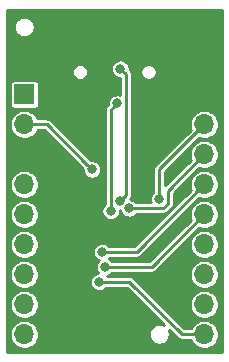
<source format=gbr>
%TF.GenerationSoftware,KiCad,Pcbnew,(5.1.5-0-10_14)*%
%TF.CreationDate,2020-02-16T20:03:40+10:00*%
%TF.ProjectId,turtleboard,74757274-6c65-4626-9f61-72642e6b6963,rev?*%
%TF.SameCoordinates,Original*%
%TF.FileFunction,Copper,L2,Bot*%
%TF.FilePolarity,Positive*%
%FSLAX46Y46*%
G04 Gerber Fmt 4.6, Leading zero omitted, Abs format (unit mm)*
G04 Created by KiCad (PCBNEW (5.1.5-0-10_14)) date 2020-02-16 20:03:40*
%MOMM*%
%LPD*%
G04 APERTURE LIST*
%ADD10O,0.900000X1.700000*%
%ADD11O,0.900000X2.000000*%
%ADD12O,1.700000X1.700000*%
%ADD13R,1.700000X1.700000*%
%ADD14C,0.800000*%
%ADD15C,0.250000*%
%ADD16C,0.254000*%
G04 APERTURE END LIST*
D10*
X198878000Y-96012000D03*
X207518000Y-96012000D03*
D11*
X198878000Y-100182000D03*
X207518000Y-100182000D03*
D12*
X210820000Y-121920000D03*
X210820000Y-119380000D03*
X210820000Y-116840000D03*
X210820000Y-114300000D03*
X210820000Y-111760000D03*
X210820000Y-109220000D03*
X210820000Y-106680000D03*
X210820000Y-104140000D03*
D13*
X210820000Y-101600000D03*
D12*
X195580000Y-121920000D03*
X195580000Y-119380000D03*
X195580000Y-116840000D03*
X195580000Y-114300000D03*
X195580000Y-111760000D03*
X195580000Y-109220000D03*
X195580000Y-106680000D03*
X195580000Y-104140000D03*
D13*
X195580000Y-101600000D03*
D14*
X198231206Y-103169685D03*
X201295062Y-107950000D03*
X203707044Y-110605530D03*
X203708000Y-99420140D03*
X202891273Y-111460819D03*
X203454000Y-102362000D03*
X202184000Y-114935000D03*
X202403990Y-116205000D03*
X201930000Y-117475000D03*
X207010000Y-110490000D03*
X204470000Y-111252000D03*
D15*
X197831207Y-102769686D02*
X198231206Y-103169685D01*
X198878000Y-100182000D02*
X198178000Y-100182000D01*
X197831207Y-100528793D02*
X197831207Y-102769686D01*
X198178000Y-100182000D02*
X197831207Y-100528793D01*
X195580000Y-104140000D02*
X197485062Y-104140000D01*
X200895063Y-107550001D02*
X201295062Y-107950000D01*
X197485062Y-104140000D02*
X200895063Y-107550001D01*
X203707044Y-110605530D02*
X204179002Y-110133572D01*
X204179002Y-110133572D02*
X204179002Y-99891142D01*
X204179002Y-99891142D02*
X204107999Y-99820139D01*
X204107999Y-99820139D02*
X203708000Y-99420140D01*
X202891273Y-111460819D02*
X202891273Y-102924727D01*
X202891273Y-102924727D02*
X203454000Y-102362000D01*
X202749685Y-114935000D02*
X202184000Y-114935000D01*
X205105000Y-114935000D02*
X202749685Y-114935000D01*
X210820000Y-109220000D02*
X205105000Y-114935000D01*
X210820000Y-111760000D02*
X206375000Y-116205000D01*
X206375000Y-116205000D02*
X202403990Y-116205000D01*
X208915000Y-121920000D02*
X210820000Y-121920000D01*
X204470000Y-117475000D02*
X208915000Y-121920000D01*
X201930000Y-117475000D02*
X204470000Y-117475000D01*
X207010000Y-107950000D02*
X210820000Y-104140000D01*
X207010000Y-110490000D02*
X207010000Y-107950000D01*
X207321002Y-111252000D02*
X205035685Y-111252000D01*
X205035685Y-111252000D02*
X204470000Y-111252000D01*
X207735001Y-110838001D02*
X207321002Y-111252000D01*
X207735001Y-109764999D02*
X207735001Y-110838001D01*
X210820000Y-106680000D02*
X207735001Y-109764999D01*
D16*
G36*
X212294001Y-123394000D02*
G01*
X194106000Y-123394000D01*
X194106000Y-121798757D01*
X194349000Y-121798757D01*
X194349000Y-122041243D01*
X194396307Y-122279069D01*
X194489102Y-122503097D01*
X194623820Y-122704717D01*
X194795283Y-122876180D01*
X194996903Y-123010898D01*
X195220931Y-123103693D01*
X195458757Y-123151000D01*
X195701243Y-123151000D01*
X195939069Y-123103693D01*
X196163097Y-123010898D01*
X196364717Y-122876180D01*
X196536180Y-122704717D01*
X196670898Y-122503097D01*
X196763693Y-122279069D01*
X196811000Y-122041243D01*
X196811000Y-121798757D01*
X196763693Y-121560931D01*
X196670898Y-121336903D01*
X196536180Y-121135283D01*
X196364717Y-120963820D01*
X196163097Y-120829102D01*
X195939069Y-120736307D01*
X195701243Y-120689000D01*
X195458757Y-120689000D01*
X195220931Y-120736307D01*
X194996903Y-120829102D01*
X194795283Y-120963820D01*
X194623820Y-121135283D01*
X194489102Y-121336903D01*
X194396307Y-121560931D01*
X194349000Y-121798757D01*
X194106000Y-121798757D01*
X194106000Y-119258757D01*
X194349000Y-119258757D01*
X194349000Y-119501243D01*
X194396307Y-119739069D01*
X194489102Y-119963097D01*
X194623820Y-120164717D01*
X194795283Y-120336180D01*
X194996903Y-120470898D01*
X195220931Y-120563693D01*
X195458757Y-120611000D01*
X195701243Y-120611000D01*
X195939069Y-120563693D01*
X196163097Y-120470898D01*
X196364717Y-120336180D01*
X196536180Y-120164717D01*
X196670898Y-119963097D01*
X196763693Y-119739069D01*
X196811000Y-119501243D01*
X196811000Y-119258757D01*
X196763693Y-119020931D01*
X196670898Y-118796903D01*
X196536180Y-118595283D01*
X196364717Y-118423820D01*
X196163097Y-118289102D01*
X195939069Y-118196307D01*
X195701243Y-118149000D01*
X195458757Y-118149000D01*
X195220931Y-118196307D01*
X194996903Y-118289102D01*
X194795283Y-118423820D01*
X194623820Y-118595283D01*
X194489102Y-118796903D01*
X194396307Y-119020931D01*
X194349000Y-119258757D01*
X194106000Y-119258757D01*
X194106000Y-116718757D01*
X194349000Y-116718757D01*
X194349000Y-116961243D01*
X194396307Y-117199069D01*
X194489102Y-117423097D01*
X194623820Y-117624717D01*
X194795283Y-117796180D01*
X194996903Y-117930898D01*
X195220931Y-118023693D01*
X195458757Y-118071000D01*
X195701243Y-118071000D01*
X195939069Y-118023693D01*
X196163097Y-117930898D01*
X196364717Y-117796180D01*
X196536180Y-117624717D01*
X196670898Y-117423097D01*
X196681261Y-117398078D01*
X201149000Y-117398078D01*
X201149000Y-117551922D01*
X201179013Y-117702809D01*
X201237887Y-117844942D01*
X201323358Y-117972859D01*
X201432141Y-118081642D01*
X201560058Y-118167113D01*
X201702191Y-118225987D01*
X201853078Y-118256000D01*
X202006922Y-118256000D01*
X202157809Y-118225987D01*
X202299942Y-118167113D01*
X202427859Y-118081642D01*
X202528501Y-117981000D01*
X204260409Y-117981000D01*
X207412571Y-121133163D01*
X207266978Y-121072856D01*
X207096771Y-121039000D01*
X206923229Y-121039000D01*
X206753022Y-121072856D01*
X206592690Y-121139268D01*
X206448395Y-121235682D01*
X206325682Y-121358395D01*
X206229268Y-121502690D01*
X206162856Y-121663022D01*
X206129000Y-121833229D01*
X206129000Y-122006771D01*
X206162856Y-122176978D01*
X206229268Y-122337310D01*
X206325682Y-122481605D01*
X206448395Y-122604318D01*
X206592690Y-122700732D01*
X206753022Y-122767144D01*
X206923229Y-122801000D01*
X207096771Y-122801000D01*
X207266978Y-122767144D01*
X207427310Y-122700732D01*
X207571605Y-122604318D01*
X207694318Y-122481605D01*
X207790732Y-122337310D01*
X207857144Y-122176978D01*
X207891000Y-122006771D01*
X207891000Y-121833229D01*
X207857144Y-121663022D01*
X207796837Y-121517429D01*
X208539628Y-122260220D01*
X208555473Y-122279527D01*
X208632521Y-122342759D01*
X208720425Y-122389745D01*
X208793607Y-122411944D01*
X208815806Y-122418678D01*
X208825694Y-122419652D01*
X208890146Y-122426000D01*
X208890153Y-122426000D01*
X208914999Y-122428447D01*
X208939845Y-122426000D01*
X209697168Y-122426000D01*
X209729102Y-122503097D01*
X209863820Y-122704717D01*
X210035283Y-122876180D01*
X210236903Y-123010898D01*
X210460931Y-123103693D01*
X210698757Y-123151000D01*
X210941243Y-123151000D01*
X211179069Y-123103693D01*
X211403097Y-123010898D01*
X211604717Y-122876180D01*
X211776180Y-122704717D01*
X211910898Y-122503097D01*
X212003693Y-122279069D01*
X212051000Y-122041243D01*
X212051000Y-121798757D01*
X212003693Y-121560931D01*
X211910898Y-121336903D01*
X211776180Y-121135283D01*
X211604717Y-120963820D01*
X211403097Y-120829102D01*
X211179069Y-120736307D01*
X210941243Y-120689000D01*
X210698757Y-120689000D01*
X210460931Y-120736307D01*
X210236903Y-120829102D01*
X210035283Y-120963820D01*
X209863820Y-121135283D01*
X209729102Y-121336903D01*
X209697168Y-121414000D01*
X209124592Y-121414000D01*
X206969349Y-119258757D01*
X209589000Y-119258757D01*
X209589000Y-119501243D01*
X209636307Y-119739069D01*
X209729102Y-119963097D01*
X209863820Y-120164717D01*
X210035283Y-120336180D01*
X210236903Y-120470898D01*
X210460931Y-120563693D01*
X210698757Y-120611000D01*
X210941243Y-120611000D01*
X211179069Y-120563693D01*
X211403097Y-120470898D01*
X211604717Y-120336180D01*
X211776180Y-120164717D01*
X211910898Y-119963097D01*
X212003693Y-119739069D01*
X212051000Y-119501243D01*
X212051000Y-119258757D01*
X212003693Y-119020931D01*
X211910898Y-118796903D01*
X211776180Y-118595283D01*
X211604717Y-118423820D01*
X211403097Y-118289102D01*
X211179069Y-118196307D01*
X210941243Y-118149000D01*
X210698757Y-118149000D01*
X210460931Y-118196307D01*
X210236903Y-118289102D01*
X210035283Y-118423820D01*
X209863820Y-118595283D01*
X209729102Y-118796903D01*
X209636307Y-119020931D01*
X209589000Y-119258757D01*
X206969349Y-119258757D01*
X204845376Y-117134785D01*
X204829527Y-117115473D01*
X204752479Y-117052241D01*
X204664575Y-117005255D01*
X204569193Y-116976322D01*
X204494854Y-116969000D01*
X204494846Y-116969000D01*
X204470000Y-116966553D01*
X204445154Y-116969000D01*
X202566378Y-116969000D01*
X202631799Y-116955987D01*
X202773932Y-116897113D01*
X202901849Y-116811642D01*
X202994734Y-116718757D01*
X209589000Y-116718757D01*
X209589000Y-116961243D01*
X209636307Y-117199069D01*
X209729102Y-117423097D01*
X209863820Y-117624717D01*
X210035283Y-117796180D01*
X210236903Y-117930898D01*
X210460931Y-118023693D01*
X210698757Y-118071000D01*
X210941243Y-118071000D01*
X211179069Y-118023693D01*
X211403097Y-117930898D01*
X211604717Y-117796180D01*
X211776180Y-117624717D01*
X211910898Y-117423097D01*
X212003693Y-117199069D01*
X212051000Y-116961243D01*
X212051000Y-116718757D01*
X212003693Y-116480931D01*
X211910898Y-116256903D01*
X211776180Y-116055283D01*
X211604717Y-115883820D01*
X211403097Y-115749102D01*
X211179069Y-115656307D01*
X210941243Y-115609000D01*
X210698757Y-115609000D01*
X210460931Y-115656307D01*
X210236903Y-115749102D01*
X210035283Y-115883820D01*
X209863820Y-116055283D01*
X209729102Y-116256903D01*
X209636307Y-116480931D01*
X209589000Y-116718757D01*
X202994734Y-116718757D01*
X203002491Y-116711000D01*
X206350154Y-116711000D01*
X206375000Y-116713447D01*
X206399846Y-116711000D01*
X206399854Y-116711000D01*
X206474193Y-116703678D01*
X206569575Y-116674745D01*
X206657479Y-116627759D01*
X206734527Y-116564527D01*
X206750376Y-116545215D01*
X209116834Y-114178757D01*
X209589000Y-114178757D01*
X209589000Y-114421243D01*
X209636307Y-114659069D01*
X209729102Y-114883097D01*
X209863820Y-115084717D01*
X210035283Y-115256180D01*
X210236903Y-115390898D01*
X210460931Y-115483693D01*
X210698757Y-115531000D01*
X210941243Y-115531000D01*
X211179069Y-115483693D01*
X211403097Y-115390898D01*
X211604717Y-115256180D01*
X211776180Y-115084717D01*
X211910898Y-114883097D01*
X212003693Y-114659069D01*
X212051000Y-114421243D01*
X212051000Y-114178757D01*
X212003693Y-113940931D01*
X211910898Y-113716903D01*
X211776180Y-113515283D01*
X211604717Y-113343820D01*
X211403097Y-113209102D01*
X211179069Y-113116307D01*
X210941243Y-113069000D01*
X210698757Y-113069000D01*
X210460931Y-113116307D01*
X210236903Y-113209102D01*
X210035283Y-113343820D01*
X209863820Y-113515283D01*
X209729102Y-113716903D01*
X209636307Y-113940931D01*
X209589000Y-114178757D01*
X209116834Y-114178757D01*
X210383833Y-112911758D01*
X210460931Y-112943693D01*
X210698757Y-112991000D01*
X210941243Y-112991000D01*
X211179069Y-112943693D01*
X211403097Y-112850898D01*
X211604717Y-112716180D01*
X211776180Y-112544717D01*
X211910898Y-112343097D01*
X212003693Y-112119069D01*
X212051000Y-111881243D01*
X212051000Y-111638757D01*
X212003693Y-111400931D01*
X211910898Y-111176903D01*
X211776180Y-110975283D01*
X211604717Y-110803820D01*
X211403097Y-110669102D01*
X211179069Y-110576307D01*
X210941243Y-110529000D01*
X210698757Y-110529000D01*
X210460931Y-110576307D01*
X210236903Y-110669102D01*
X210035283Y-110803820D01*
X209863820Y-110975283D01*
X209729102Y-111176903D01*
X209636307Y-111400931D01*
X209589000Y-111638757D01*
X209589000Y-111881243D01*
X209636307Y-112119069D01*
X209668242Y-112196167D01*
X206165409Y-115699000D01*
X203002491Y-115699000D01*
X202901849Y-115598358D01*
X202773932Y-115512887D01*
X202729160Y-115494341D01*
X202782501Y-115441000D01*
X205080154Y-115441000D01*
X205105000Y-115443447D01*
X205129846Y-115441000D01*
X205129854Y-115441000D01*
X205204193Y-115433678D01*
X205299575Y-115404745D01*
X205387479Y-115357759D01*
X205464527Y-115294527D01*
X205480376Y-115275215D01*
X210383834Y-110371758D01*
X210460931Y-110403693D01*
X210698757Y-110451000D01*
X210941243Y-110451000D01*
X211179069Y-110403693D01*
X211403097Y-110310898D01*
X211604717Y-110176180D01*
X211776180Y-110004717D01*
X211910898Y-109803097D01*
X212003693Y-109579069D01*
X212051000Y-109341243D01*
X212051000Y-109098757D01*
X212003693Y-108860931D01*
X211910898Y-108636903D01*
X211776180Y-108435283D01*
X211604717Y-108263820D01*
X211403097Y-108129102D01*
X211179069Y-108036307D01*
X210941243Y-107989000D01*
X210698757Y-107989000D01*
X210460931Y-108036307D01*
X210236903Y-108129102D01*
X210035283Y-108263820D01*
X209863820Y-108435283D01*
X209729102Y-108636903D01*
X209636307Y-108860931D01*
X209589000Y-109098757D01*
X209589000Y-109341243D01*
X209636307Y-109579069D01*
X209668242Y-109656166D01*
X204895409Y-114429000D01*
X202782501Y-114429000D01*
X202681859Y-114328358D01*
X202553942Y-114242887D01*
X202411809Y-114184013D01*
X202260922Y-114154000D01*
X202107078Y-114154000D01*
X201956191Y-114184013D01*
X201814058Y-114242887D01*
X201686141Y-114328358D01*
X201577358Y-114437141D01*
X201491887Y-114565058D01*
X201433013Y-114707191D01*
X201403000Y-114858078D01*
X201403000Y-115011922D01*
X201433013Y-115162809D01*
X201491887Y-115304942D01*
X201577358Y-115432859D01*
X201686141Y-115541642D01*
X201814058Y-115627113D01*
X201858830Y-115645659D01*
X201797348Y-115707141D01*
X201711877Y-115835058D01*
X201653003Y-115977191D01*
X201622990Y-116128078D01*
X201622990Y-116281922D01*
X201653003Y-116432809D01*
X201711877Y-116574942D01*
X201797348Y-116702859D01*
X201799205Y-116704716D01*
X201702191Y-116724013D01*
X201560058Y-116782887D01*
X201432141Y-116868358D01*
X201323358Y-116977141D01*
X201237887Y-117105058D01*
X201179013Y-117247191D01*
X201149000Y-117398078D01*
X196681261Y-117398078D01*
X196763693Y-117199069D01*
X196811000Y-116961243D01*
X196811000Y-116718757D01*
X196763693Y-116480931D01*
X196670898Y-116256903D01*
X196536180Y-116055283D01*
X196364717Y-115883820D01*
X196163097Y-115749102D01*
X195939069Y-115656307D01*
X195701243Y-115609000D01*
X195458757Y-115609000D01*
X195220931Y-115656307D01*
X194996903Y-115749102D01*
X194795283Y-115883820D01*
X194623820Y-116055283D01*
X194489102Y-116256903D01*
X194396307Y-116480931D01*
X194349000Y-116718757D01*
X194106000Y-116718757D01*
X194106000Y-114178757D01*
X194349000Y-114178757D01*
X194349000Y-114421243D01*
X194396307Y-114659069D01*
X194489102Y-114883097D01*
X194623820Y-115084717D01*
X194795283Y-115256180D01*
X194996903Y-115390898D01*
X195220931Y-115483693D01*
X195458757Y-115531000D01*
X195701243Y-115531000D01*
X195939069Y-115483693D01*
X196163097Y-115390898D01*
X196364717Y-115256180D01*
X196536180Y-115084717D01*
X196670898Y-114883097D01*
X196763693Y-114659069D01*
X196811000Y-114421243D01*
X196811000Y-114178757D01*
X196763693Y-113940931D01*
X196670898Y-113716903D01*
X196536180Y-113515283D01*
X196364717Y-113343820D01*
X196163097Y-113209102D01*
X195939069Y-113116307D01*
X195701243Y-113069000D01*
X195458757Y-113069000D01*
X195220931Y-113116307D01*
X194996903Y-113209102D01*
X194795283Y-113343820D01*
X194623820Y-113515283D01*
X194489102Y-113716903D01*
X194396307Y-113940931D01*
X194349000Y-114178757D01*
X194106000Y-114178757D01*
X194106000Y-111638757D01*
X194349000Y-111638757D01*
X194349000Y-111881243D01*
X194396307Y-112119069D01*
X194489102Y-112343097D01*
X194623820Y-112544717D01*
X194795283Y-112716180D01*
X194996903Y-112850898D01*
X195220931Y-112943693D01*
X195458757Y-112991000D01*
X195701243Y-112991000D01*
X195939069Y-112943693D01*
X196163097Y-112850898D01*
X196364717Y-112716180D01*
X196536180Y-112544717D01*
X196670898Y-112343097D01*
X196763693Y-112119069D01*
X196811000Y-111881243D01*
X196811000Y-111638757D01*
X196763693Y-111400931D01*
X196756638Y-111383897D01*
X202110273Y-111383897D01*
X202110273Y-111537741D01*
X202140286Y-111688628D01*
X202199160Y-111830761D01*
X202284631Y-111958678D01*
X202393414Y-112067461D01*
X202521331Y-112152932D01*
X202663464Y-112211806D01*
X202814351Y-112241819D01*
X202968195Y-112241819D01*
X203119082Y-112211806D01*
X203261215Y-112152932D01*
X203389132Y-112067461D01*
X203497915Y-111958678D01*
X203583386Y-111830761D01*
X203642260Y-111688628D01*
X203672273Y-111537741D01*
X203672273Y-111386530D01*
X203700459Y-111386530D01*
X203719013Y-111479809D01*
X203777887Y-111621942D01*
X203863358Y-111749859D01*
X203972141Y-111858642D01*
X204100058Y-111944113D01*
X204242191Y-112002987D01*
X204393078Y-112033000D01*
X204546922Y-112033000D01*
X204697809Y-112002987D01*
X204839942Y-111944113D01*
X204967859Y-111858642D01*
X205068501Y-111758000D01*
X207296156Y-111758000D01*
X207321002Y-111760447D01*
X207345848Y-111758000D01*
X207345856Y-111758000D01*
X207420195Y-111750678D01*
X207515577Y-111721745D01*
X207603481Y-111674759D01*
X207680529Y-111611527D01*
X207696378Y-111592215D01*
X208075221Y-111213373D01*
X208094528Y-111197528D01*
X208157760Y-111120480D01*
X208204746Y-111032576D01*
X208233679Y-110937194D01*
X208241001Y-110862855D01*
X208241001Y-110862848D01*
X208243448Y-110838002D01*
X208241001Y-110813156D01*
X208241001Y-109974590D01*
X210383833Y-107831758D01*
X210460931Y-107863693D01*
X210698757Y-107911000D01*
X210941243Y-107911000D01*
X211179069Y-107863693D01*
X211403097Y-107770898D01*
X211604717Y-107636180D01*
X211776180Y-107464717D01*
X211910898Y-107263097D01*
X212003693Y-107039069D01*
X212051000Y-106801243D01*
X212051000Y-106558757D01*
X212003693Y-106320931D01*
X211910898Y-106096903D01*
X211776180Y-105895283D01*
X211604717Y-105723820D01*
X211403097Y-105589102D01*
X211179069Y-105496307D01*
X210941243Y-105449000D01*
X210698757Y-105449000D01*
X210460931Y-105496307D01*
X210236903Y-105589102D01*
X210035283Y-105723820D01*
X209863820Y-105895283D01*
X209729102Y-106096903D01*
X209636307Y-106320931D01*
X209589000Y-106558757D01*
X209589000Y-106801243D01*
X209636307Y-107039069D01*
X209668242Y-107116167D01*
X207516000Y-109268409D01*
X207516000Y-108159591D01*
X210383833Y-105291758D01*
X210460931Y-105323693D01*
X210698757Y-105371000D01*
X210941243Y-105371000D01*
X211179069Y-105323693D01*
X211403097Y-105230898D01*
X211604717Y-105096180D01*
X211776180Y-104924717D01*
X211910898Y-104723097D01*
X212003693Y-104499069D01*
X212051000Y-104261243D01*
X212051000Y-104018757D01*
X212003693Y-103780931D01*
X211910898Y-103556903D01*
X211776180Y-103355283D01*
X211604717Y-103183820D01*
X211403097Y-103049102D01*
X211179069Y-102956307D01*
X210941243Y-102909000D01*
X210698757Y-102909000D01*
X210460931Y-102956307D01*
X210236903Y-103049102D01*
X210035283Y-103183820D01*
X209863820Y-103355283D01*
X209729102Y-103556903D01*
X209636307Y-103780931D01*
X209589000Y-104018757D01*
X209589000Y-104261243D01*
X209636307Y-104499069D01*
X209668242Y-104576167D01*
X206669781Y-107574628D01*
X206650474Y-107590473D01*
X206587242Y-107667521D01*
X206562127Y-107714508D01*
X206540255Y-107755426D01*
X206511322Y-107850808D01*
X206501553Y-107950000D01*
X206504001Y-107974856D01*
X206504000Y-109891499D01*
X206403358Y-109992141D01*
X206317887Y-110120058D01*
X206259013Y-110262191D01*
X206229000Y-110413078D01*
X206229000Y-110566922D01*
X206259013Y-110717809D01*
X206270690Y-110746000D01*
X205068501Y-110746000D01*
X204967859Y-110645358D01*
X204839942Y-110559887D01*
X204697809Y-110501013D01*
X204555298Y-110472666D01*
X204601761Y-110416051D01*
X204648747Y-110328147D01*
X204677680Y-110232765D01*
X204685002Y-110158426D01*
X204685002Y-110158419D01*
X204687449Y-110133573D01*
X204685002Y-110108727D01*
X204685002Y-99915987D01*
X204687449Y-99891141D01*
X204685002Y-99866295D01*
X204685002Y-99866288D01*
X204677680Y-99791949D01*
X204648747Y-99696567D01*
X204615800Y-99634927D01*
X205407000Y-99634927D01*
X205407000Y-99769073D01*
X205433171Y-99900640D01*
X205484506Y-100024574D01*
X205559033Y-100136112D01*
X205653888Y-100230967D01*
X205765426Y-100305494D01*
X205889360Y-100356829D01*
X206020927Y-100383000D01*
X206155073Y-100383000D01*
X206286640Y-100356829D01*
X206410574Y-100305494D01*
X206522112Y-100230967D01*
X206616967Y-100136112D01*
X206691494Y-100024574D01*
X206742829Y-99900640D01*
X206769000Y-99769073D01*
X206769000Y-99634927D01*
X206742829Y-99503360D01*
X206691494Y-99379426D01*
X206616967Y-99267888D01*
X206522112Y-99173033D01*
X206410574Y-99098506D01*
X206286640Y-99047171D01*
X206155073Y-99021000D01*
X206020927Y-99021000D01*
X205889360Y-99047171D01*
X205765426Y-99098506D01*
X205653888Y-99173033D01*
X205559033Y-99267888D01*
X205484506Y-99379426D01*
X205433171Y-99503360D01*
X205407000Y-99634927D01*
X204615800Y-99634927D01*
X204601761Y-99608663D01*
X204538529Y-99531615D01*
X204519217Y-99515766D01*
X204489000Y-99485549D01*
X204489000Y-99343218D01*
X204458987Y-99192331D01*
X204400113Y-99050198D01*
X204314642Y-98922281D01*
X204205859Y-98813498D01*
X204077942Y-98728027D01*
X203935809Y-98669153D01*
X203784922Y-98639140D01*
X203631078Y-98639140D01*
X203480191Y-98669153D01*
X203338058Y-98728027D01*
X203210141Y-98813498D01*
X203101358Y-98922281D01*
X203015887Y-99050198D01*
X202957013Y-99192331D01*
X202927000Y-99343218D01*
X202927000Y-99497062D01*
X202957013Y-99647949D01*
X203015887Y-99790082D01*
X203101358Y-99917999D01*
X203210141Y-100026782D01*
X203338058Y-100112253D01*
X203480191Y-100171127D01*
X203631078Y-100201140D01*
X203673003Y-100201140D01*
X203673003Y-101609261D01*
X203530922Y-101581000D01*
X203377078Y-101581000D01*
X203226191Y-101611013D01*
X203084058Y-101669887D01*
X202956141Y-101755358D01*
X202847358Y-101864141D01*
X202761887Y-101992058D01*
X202703013Y-102134191D01*
X202673000Y-102285078D01*
X202673000Y-102427409D01*
X202551053Y-102549356D01*
X202531747Y-102565200D01*
X202468515Y-102642248D01*
X202443400Y-102689235D01*
X202421528Y-102730153D01*
X202392595Y-102825535D01*
X202382826Y-102924727D01*
X202385274Y-102949583D01*
X202385273Y-110862318D01*
X202284631Y-110962960D01*
X202199160Y-111090877D01*
X202140286Y-111233010D01*
X202110273Y-111383897D01*
X196756638Y-111383897D01*
X196670898Y-111176903D01*
X196536180Y-110975283D01*
X196364717Y-110803820D01*
X196163097Y-110669102D01*
X195939069Y-110576307D01*
X195701243Y-110529000D01*
X195458757Y-110529000D01*
X195220931Y-110576307D01*
X194996903Y-110669102D01*
X194795283Y-110803820D01*
X194623820Y-110975283D01*
X194489102Y-111176903D01*
X194396307Y-111400931D01*
X194349000Y-111638757D01*
X194106000Y-111638757D01*
X194106000Y-109098757D01*
X194349000Y-109098757D01*
X194349000Y-109341243D01*
X194396307Y-109579069D01*
X194489102Y-109803097D01*
X194623820Y-110004717D01*
X194795283Y-110176180D01*
X194996903Y-110310898D01*
X195220931Y-110403693D01*
X195458757Y-110451000D01*
X195701243Y-110451000D01*
X195939069Y-110403693D01*
X196163097Y-110310898D01*
X196364717Y-110176180D01*
X196536180Y-110004717D01*
X196670898Y-109803097D01*
X196763693Y-109579069D01*
X196811000Y-109341243D01*
X196811000Y-109098757D01*
X196763693Y-108860931D01*
X196670898Y-108636903D01*
X196536180Y-108435283D01*
X196364717Y-108263820D01*
X196163097Y-108129102D01*
X195939069Y-108036307D01*
X195701243Y-107989000D01*
X195458757Y-107989000D01*
X195220931Y-108036307D01*
X194996903Y-108129102D01*
X194795283Y-108263820D01*
X194623820Y-108435283D01*
X194489102Y-108636903D01*
X194396307Y-108860931D01*
X194349000Y-109098757D01*
X194106000Y-109098757D01*
X194106000Y-104018757D01*
X194349000Y-104018757D01*
X194349000Y-104261243D01*
X194396307Y-104499069D01*
X194489102Y-104723097D01*
X194623820Y-104924717D01*
X194795283Y-105096180D01*
X194996903Y-105230898D01*
X195220931Y-105323693D01*
X195458757Y-105371000D01*
X195701243Y-105371000D01*
X195939069Y-105323693D01*
X196163097Y-105230898D01*
X196364717Y-105096180D01*
X196536180Y-104924717D01*
X196670898Y-104723097D01*
X196702832Y-104646000D01*
X197275471Y-104646000D01*
X200514062Y-107884592D01*
X200514062Y-108026922D01*
X200544075Y-108177809D01*
X200602949Y-108319942D01*
X200688420Y-108447859D01*
X200797203Y-108556642D01*
X200925120Y-108642113D01*
X201067253Y-108700987D01*
X201218140Y-108731000D01*
X201371984Y-108731000D01*
X201522871Y-108700987D01*
X201665004Y-108642113D01*
X201792921Y-108556642D01*
X201901704Y-108447859D01*
X201987175Y-108319942D01*
X202046049Y-108177809D01*
X202076062Y-108026922D01*
X202076062Y-107873078D01*
X202046049Y-107722191D01*
X201987175Y-107580058D01*
X201901704Y-107452141D01*
X201792921Y-107343358D01*
X201665004Y-107257887D01*
X201522871Y-107199013D01*
X201371984Y-107169000D01*
X201229654Y-107169000D01*
X197860438Y-103799785D01*
X197844589Y-103780473D01*
X197767541Y-103717241D01*
X197679637Y-103670255D01*
X197584255Y-103641322D01*
X197509916Y-103634000D01*
X197509908Y-103634000D01*
X197485062Y-103631553D01*
X197460216Y-103634000D01*
X196702832Y-103634000D01*
X196670898Y-103556903D01*
X196536180Y-103355283D01*
X196364717Y-103183820D01*
X196163097Y-103049102D01*
X195939069Y-102956307D01*
X195701243Y-102909000D01*
X195458757Y-102909000D01*
X195220931Y-102956307D01*
X194996903Y-103049102D01*
X194795283Y-103183820D01*
X194623820Y-103355283D01*
X194489102Y-103556903D01*
X194396307Y-103780931D01*
X194349000Y-104018757D01*
X194106000Y-104018757D01*
X194106000Y-100750000D01*
X194347157Y-100750000D01*
X194347157Y-102450000D01*
X194354513Y-102524689D01*
X194376299Y-102596508D01*
X194411678Y-102662696D01*
X194459289Y-102720711D01*
X194517304Y-102768322D01*
X194583492Y-102803701D01*
X194655311Y-102825487D01*
X194730000Y-102832843D01*
X196430000Y-102832843D01*
X196504689Y-102825487D01*
X196576508Y-102803701D01*
X196642696Y-102768322D01*
X196700711Y-102720711D01*
X196748322Y-102662696D01*
X196783701Y-102596508D01*
X196805487Y-102524689D01*
X196812843Y-102450000D01*
X196812843Y-100750000D01*
X196805487Y-100675311D01*
X196783701Y-100603492D01*
X196748322Y-100537304D01*
X196700711Y-100479289D01*
X196642696Y-100431678D01*
X196576508Y-100396299D01*
X196504689Y-100374513D01*
X196430000Y-100367157D01*
X194730000Y-100367157D01*
X194655311Y-100374513D01*
X194583492Y-100396299D01*
X194517304Y-100431678D01*
X194459289Y-100479289D01*
X194411678Y-100537304D01*
X194376299Y-100603492D01*
X194354513Y-100675311D01*
X194347157Y-100750000D01*
X194106000Y-100750000D01*
X194106000Y-99634927D01*
X199627000Y-99634927D01*
X199627000Y-99769073D01*
X199653171Y-99900640D01*
X199704506Y-100024574D01*
X199779033Y-100136112D01*
X199873888Y-100230967D01*
X199985426Y-100305494D01*
X200109360Y-100356829D01*
X200240927Y-100383000D01*
X200375073Y-100383000D01*
X200506640Y-100356829D01*
X200630574Y-100305494D01*
X200742112Y-100230967D01*
X200836967Y-100136112D01*
X200911494Y-100024574D01*
X200962829Y-99900640D01*
X200989000Y-99769073D01*
X200989000Y-99634927D01*
X200962829Y-99503360D01*
X200911494Y-99379426D01*
X200836967Y-99267888D01*
X200742112Y-99173033D01*
X200630574Y-99098506D01*
X200506640Y-99047171D01*
X200375073Y-99021000D01*
X200240927Y-99021000D01*
X200109360Y-99047171D01*
X199985426Y-99098506D01*
X199873888Y-99173033D01*
X199779033Y-99267888D01*
X199704506Y-99379426D01*
X199653171Y-99503360D01*
X199627000Y-99634927D01*
X194106000Y-99634927D01*
X194106000Y-95798229D01*
X194699000Y-95798229D01*
X194699000Y-95971771D01*
X194732856Y-96141978D01*
X194799268Y-96302310D01*
X194895682Y-96446605D01*
X195018395Y-96569318D01*
X195162690Y-96665732D01*
X195323022Y-96732144D01*
X195493229Y-96766000D01*
X195666771Y-96766000D01*
X195836978Y-96732144D01*
X195997310Y-96665732D01*
X196141605Y-96569318D01*
X196264318Y-96446605D01*
X196360732Y-96302310D01*
X196427144Y-96141978D01*
X196461000Y-95971771D01*
X196461000Y-95798229D01*
X196427144Y-95628022D01*
X196360732Y-95467690D01*
X196264318Y-95323395D01*
X196141605Y-95200682D01*
X195997310Y-95104268D01*
X195836978Y-95037856D01*
X195666771Y-95004000D01*
X195493229Y-95004000D01*
X195323022Y-95037856D01*
X195162690Y-95104268D01*
X195018395Y-95200682D01*
X194895682Y-95323395D01*
X194799268Y-95467690D01*
X194732856Y-95628022D01*
X194699000Y-95798229D01*
X194106000Y-95798229D01*
X194106000Y-94411000D01*
X212294000Y-94411000D01*
X212294001Y-123394000D01*
G37*
X212294001Y-123394000D02*
X194106000Y-123394000D01*
X194106000Y-121798757D01*
X194349000Y-121798757D01*
X194349000Y-122041243D01*
X194396307Y-122279069D01*
X194489102Y-122503097D01*
X194623820Y-122704717D01*
X194795283Y-122876180D01*
X194996903Y-123010898D01*
X195220931Y-123103693D01*
X195458757Y-123151000D01*
X195701243Y-123151000D01*
X195939069Y-123103693D01*
X196163097Y-123010898D01*
X196364717Y-122876180D01*
X196536180Y-122704717D01*
X196670898Y-122503097D01*
X196763693Y-122279069D01*
X196811000Y-122041243D01*
X196811000Y-121798757D01*
X196763693Y-121560931D01*
X196670898Y-121336903D01*
X196536180Y-121135283D01*
X196364717Y-120963820D01*
X196163097Y-120829102D01*
X195939069Y-120736307D01*
X195701243Y-120689000D01*
X195458757Y-120689000D01*
X195220931Y-120736307D01*
X194996903Y-120829102D01*
X194795283Y-120963820D01*
X194623820Y-121135283D01*
X194489102Y-121336903D01*
X194396307Y-121560931D01*
X194349000Y-121798757D01*
X194106000Y-121798757D01*
X194106000Y-119258757D01*
X194349000Y-119258757D01*
X194349000Y-119501243D01*
X194396307Y-119739069D01*
X194489102Y-119963097D01*
X194623820Y-120164717D01*
X194795283Y-120336180D01*
X194996903Y-120470898D01*
X195220931Y-120563693D01*
X195458757Y-120611000D01*
X195701243Y-120611000D01*
X195939069Y-120563693D01*
X196163097Y-120470898D01*
X196364717Y-120336180D01*
X196536180Y-120164717D01*
X196670898Y-119963097D01*
X196763693Y-119739069D01*
X196811000Y-119501243D01*
X196811000Y-119258757D01*
X196763693Y-119020931D01*
X196670898Y-118796903D01*
X196536180Y-118595283D01*
X196364717Y-118423820D01*
X196163097Y-118289102D01*
X195939069Y-118196307D01*
X195701243Y-118149000D01*
X195458757Y-118149000D01*
X195220931Y-118196307D01*
X194996903Y-118289102D01*
X194795283Y-118423820D01*
X194623820Y-118595283D01*
X194489102Y-118796903D01*
X194396307Y-119020931D01*
X194349000Y-119258757D01*
X194106000Y-119258757D01*
X194106000Y-116718757D01*
X194349000Y-116718757D01*
X194349000Y-116961243D01*
X194396307Y-117199069D01*
X194489102Y-117423097D01*
X194623820Y-117624717D01*
X194795283Y-117796180D01*
X194996903Y-117930898D01*
X195220931Y-118023693D01*
X195458757Y-118071000D01*
X195701243Y-118071000D01*
X195939069Y-118023693D01*
X196163097Y-117930898D01*
X196364717Y-117796180D01*
X196536180Y-117624717D01*
X196670898Y-117423097D01*
X196681261Y-117398078D01*
X201149000Y-117398078D01*
X201149000Y-117551922D01*
X201179013Y-117702809D01*
X201237887Y-117844942D01*
X201323358Y-117972859D01*
X201432141Y-118081642D01*
X201560058Y-118167113D01*
X201702191Y-118225987D01*
X201853078Y-118256000D01*
X202006922Y-118256000D01*
X202157809Y-118225987D01*
X202299942Y-118167113D01*
X202427859Y-118081642D01*
X202528501Y-117981000D01*
X204260409Y-117981000D01*
X207412571Y-121133163D01*
X207266978Y-121072856D01*
X207096771Y-121039000D01*
X206923229Y-121039000D01*
X206753022Y-121072856D01*
X206592690Y-121139268D01*
X206448395Y-121235682D01*
X206325682Y-121358395D01*
X206229268Y-121502690D01*
X206162856Y-121663022D01*
X206129000Y-121833229D01*
X206129000Y-122006771D01*
X206162856Y-122176978D01*
X206229268Y-122337310D01*
X206325682Y-122481605D01*
X206448395Y-122604318D01*
X206592690Y-122700732D01*
X206753022Y-122767144D01*
X206923229Y-122801000D01*
X207096771Y-122801000D01*
X207266978Y-122767144D01*
X207427310Y-122700732D01*
X207571605Y-122604318D01*
X207694318Y-122481605D01*
X207790732Y-122337310D01*
X207857144Y-122176978D01*
X207891000Y-122006771D01*
X207891000Y-121833229D01*
X207857144Y-121663022D01*
X207796837Y-121517429D01*
X208539628Y-122260220D01*
X208555473Y-122279527D01*
X208632521Y-122342759D01*
X208720425Y-122389745D01*
X208793607Y-122411944D01*
X208815806Y-122418678D01*
X208825694Y-122419652D01*
X208890146Y-122426000D01*
X208890153Y-122426000D01*
X208914999Y-122428447D01*
X208939845Y-122426000D01*
X209697168Y-122426000D01*
X209729102Y-122503097D01*
X209863820Y-122704717D01*
X210035283Y-122876180D01*
X210236903Y-123010898D01*
X210460931Y-123103693D01*
X210698757Y-123151000D01*
X210941243Y-123151000D01*
X211179069Y-123103693D01*
X211403097Y-123010898D01*
X211604717Y-122876180D01*
X211776180Y-122704717D01*
X211910898Y-122503097D01*
X212003693Y-122279069D01*
X212051000Y-122041243D01*
X212051000Y-121798757D01*
X212003693Y-121560931D01*
X211910898Y-121336903D01*
X211776180Y-121135283D01*
X211604717Y-120963820D01*
X211403097Y-120829102D01*
X211179069Y-120736307D01*
X210941243Y-120689000D01*
X210698757Y-120689000D01*
X210460931Y-120736307D01*
X210236903Y-120829102D01*
X210035283Y-120963820D01*
X209863820Y-121135283D01*
X209729102Y-121336903D01*
X209697168Y-121414000D01*
X209124592Y-121414000D01*
X206969349Y-119258757D01*
X209589000Y-119258757D01*
X209589000Y-119501243D01*
X209636307Y-119739069D01*
X209729102Y-119963097D01*
X209863820Y-120164717D01*
X210035283Y-120336180D01*
X210236903Y-120470898D01*
X210460931Y-120563693D01*
X210698757Y-120611000D01*
X210941243Y-120611000D01*
X211179069Y-120563693D01*
X211403097Y-120470898D01*
X211604717Y-120336180D01*
X211776180Y-120164717D01*
X211910898Y-119963097D01*
X212003693Y-119739069D01*
X212051000Y-119501243D01*
X212051000Y-119258757D01*
X212003693Y-119020931D01*
X211910898Y-118796903D01*
X211776180Y-118595283D01*
X211604717Y-118423820D01*
X211403097Y-118289102D01*
X211179069Y-118196307D01*
X210941243Y-118149000D01*
X210698757Y-118149000D01*
X210460931Y-118196307D01*
X210236903Y-118289102D01*
X210035283Y-118423820D01*
X209863820Y-118595283D01*
X209729102Y-118796903D01*
X209636307Y-119020931D01*
X209589000Y-119258757D01*
X206969349Y-119258757D01*
X204845376Y-117134785D01*
X204829527Y-117115473D01*
X204752479Y-117052241D01*
X204664575Y-117005255D01*
X204569193Y-116976322D01*
X204494854Y-116969000D01*
X204494846Y-116969000D01*
X204470000Y-116966553D01*
X204445154Y-116969000D01*
X202566378Y-116969000D01*
X202631799Y-116955987D01*
X202773932Y-116897113D01*
X202901849Y-116811642D01*
X202994734Y-116718757D01*
X209589000Y-116718757D01*
X209589000Y-116961243D01*
X209636307Y-117199069D01*
X209729102Y-117423097D01*
X209863820Y-117624717D01*
X210035283Y-117796180D01*
X210236903Y-117930898D01*
X210460931Y-118023693D01*
X210698757Y-118071000D01*
X210941243Y-118071000D01*
X211179069Y-118023693D01*
X211403097Y-117930898D01*
X211604717Y-117796180D01*
X211776180Y-117624717D01*
X211910898Y-117423097D01*
X212003693Y-117199069D01*
X212051000Y-116961243D01*
X212051000Y-116718757D01*
X212003693Y-116480931D01*
X211910898Y-116256903D01*
X211776180Y-116055283D01*
X211604717Y-115883820D01*
X211403097Y-115749102D01*
X211179069Y-115656307D01*
X210941243Y-115609000D01*
X210698757Y-115609000D01*
X210460931Y-115656307D01*
X210236903Y-115749102D01*
X210035283Y-115883820D01*
X209863820Y-116055283D01*
X209729102Y-116256903D01*
X209636307Y-116480931D01*
X209589000Y-116718757D01*
X202994734Y-116718757D01*
X203002491Y-116711000D01*
X206350154Y-116711000D01*
X206375000Y-116713447D01*
X206399846Y-116711000D01*
X206399854Y-116711000D01*
X206474193Y-116703678D01*
X206569575Y-116674745D01*
X206657479Y-116627759D01*
X206734527Y-116564527D01*
X206750376Y-116545215D01*
X209116834Y-114178757D01*
X209589000Y-114178757D01*
X209589000Y-114421243D01*
X209636307Y-114659069D01*
X209729102Y-114883097D01*
X209863820Y-115084717D01*
X210035283Y-115256180D01*
X210236903Y-115390898D01*
X210460931Y-115483693D01*
X210698757Y-115531000D01*
X210941243Y-115531000D01*
X211179069Y-115483693D01*
X211403097Y-115390898D01*
X211604717Y-115256180D01*
X211776180Y-115084717D01*
X211910898Y-114883097D01*
X212003693Y-114659069D01*
X212051000Y-114421243D01*
X212051000Y-114178757D01*
X212003693Y-113940931D01*
X211910898Y-113716903D01*
X211776180Y-113515283D01*
X211604717Y-113343820D01*
X211403097Y-113209102D01*
X211179069Y-113116307D01*
X210941243Y-113069000D01*
X210698757Y-113069000D01*
X210460931Y-113116307D01*
X210236903Y-113209102D01*
X210035283Y-113343820D01*
X209863820Y-113515283D01*
X209729102Y-113716903D01*
X209636307Y-113940931D01*
X209589000Y-114178757D01*
X209116834Y-114178757D01*
X210383833Y-112911758D01*
X210460931Y-112943693D01*
X210698757Y-112991000D01*
X210941243Y-112991000D01*
X211179069Y-112943693D01*
X211403097Y-112850898D01*
X211604717Y-112716180D01*
X211776180Y-112544717D01*
X211910898Y-112343097D01*
X212003693Y-112119069D01*
X212051000Y-111881243D01*
X212051000Y-111638757D01*
X212003693Y-111400931D01*
X211910898Y-111176903D01*
X211776180Y-110975283D01*
X211604717Y-110803820D01*
X211403097Y-110669102D01*
X211179069Y-110576307D01*
X210941243Y-110529000D01*
X210698757Y-110529000D01*
X210460931Y-110576307D01*
X210236903Y-110669102D01*
X210035283Y-110803820D01*
X209863820Y-110975283D01*
X209729102Y-111176903D01*
X209636307Y-111400931D01*
X209589000Y-111638757D01*
X209589000Y-111881243D01*
X209636307Y-112119069D01*
X209668242Y-112196167D01*
X206165409Y-115699000D01*
X203002491Y-115699000D01*
X202901849Y-115598358D01*
X202773932Y-115512887D01*
X202729160Y-115494341D01*
X202782501Y-115441000D01*
X205080154Y-115441000D01*
X205105000Y-115443447D01*
X205129846Y-115441000D01*
X205129854Y-115441000D01*
X205204193Y-115433678D01*
X205299575Y-115404745D01*
X205387479Y-115357759D01*
X205464527Y-115294527D01*
X205480376Y-115275215D01*
X210383834Y-110371758D01*
X210460931Y-110403693D01*
X210698757Y-110451000D01*
X210941243Y-110451000D01*
X211179069Y-110403693D01*
X211403097Y-110310898D01*
X211604717Y-110176180D01*
X211776180Y-110004717D01*
X211910898Y-109803097D01*
X212003693Y-109579069D01*
X212051000Y-109341243D01*
X212051000Y-109098757D01*
X212003693Y-108860931D01*
X211910898Y-108636903D01*
X211776180Y-108435283D01*
X211604717Y-108263820D01*
X211403097Y-108129102D01*
X211179069Y-108036307D01*
X210941243Y-107989000D01*
X210698757Y-107989000D01*
X210460931Y-108036307D01*
X210236903Y-108129102D01*
X210035283Y-108263820D01*
X209863820Y-108435283D01*
X209729102Y-108636903D01*
X209636307Y-108860931D01*
X209589000Y-109098757D01*
X209589000Y-109341243D01*
X209636307Y-109579069D01*
X209668242Y-109656166D01*
X204895409Y-114429000D01*
X202782501Y-114429000D01*
X202681859Y-114328358D01*
X202553942Y-114242887D01*
X202411809Y-114184013D01*
X202260922Y-114154000D01*
X202107078Y-114154000D01*
X201956191Y-114184013D01*
X201814058Y-114242887D01*
X201686141Y-114328358D01*
X201577358Y-114437141D01*
X201491887Y-114565058D01*
X201433013Y-114707191D01*
X201403000Y-114858078D01*
X201403000Y-115011922D01*
X201433013Y-115162809D01*
X201491887Y-115304942D01*
X201577358Y-115432859D01*
X201686141Y-115541642D01*
X201814058Y-115627113D01*
X201858830Y-115645659D01*
X201797348Y-115707141D01*
X201711877Y-115835058D01*
X201653003Y-115977191D01*
X201622990Y-116128078D01*
X201622990Y-116281922D01*
X201653003Y-116432809D01*
X201711877Y-116574942D01*
X201797348Y-116702859D01*
X201799205Y-116704716D01*
X201702191Y-116724013D01*
X201560058Y-116782887D01*
X201432141Y-116868358D01*
X201323358Y-116977141D01*
X201237887Y-117105058D01*
X201179013Y-117247191D01*
X201149000Y-117398078D01*
X196681261Y-117398078D01*
X196763693Y-117199069D01*
X196811000Y-116961243D01*
X196811000Y-116718757D01*
X196763693Y-116480931D01*
X196670898Y-116256903D01*
X196536180Y-116055283D01*
X196364717Y-115883820D01*
X196163097Y-115749102D01*
X195939069Y-115656307D01*
X195701243Y-115609000D01*
X195458757Y-115609000D01*
X195220931Y-115656307D01*
X194996903Y-115749102D01*
X194795283Y-115883820D01*
X194623820Y-116055283D01*
X194489102Y-116256903D01*
X194396307Y-116480931D01*
X194349000Y-116718757D01*
X194106000Y-116718757D01*
X194106000Y-114178757D01*
X194349000Y-114178757D01*
X194349000Y-114421243D01*
X194396307Y-114659069D01*
X194489102Y-114883097D01*
X194623820Y-115084717D01*
X194795283Y-115256180D01*
X194996903Y-115390898D01*
X195220931Y-115483693D01*
X195458757Y-115531000D01*
X195701243Y-115531000D01*
X195939069Y-115483693D01*
X196163097Y-115390898D01*
X196364717Y-115256180D01*
X196536180Y-115084717D01*
X196670898Y-114883097D01*
X196763693Y-114659069D01*
X196811000Y-114421243D01*
X196811000Y-114178757D01*
X196763693Y-113940931D01*
X196670898Y-113716903D01*
X196536180Y-113515283D01*
X196364717Y-113343820D01*
X196163097Y-113209102D01*
X195939069Y-113116307D01*
X195701243Y-113069000D01*
X195458757Y-113069000D01*
X195220931Y-113116307D01*
X194996903Y-113209102D01*
X194795283Y-113343820D01*
X194623820Y-113515283D01*
X194489102Y-113716903D01*
X194396307Y-113940931D01*
X194349000Y-114178757D01*
X194106000Y-114178757D01*
X194106000Y-111638757D01*
X194349000Y-111638757D01*
X194349000Y-111881243D01*
X194396307Y-112119069D01*
X194489102Y-112343097D01*
X194623820Y-112544717D01*
X194795283Y-112716180D01*
X194996903Y-112850898D01*
X195220931Y-112943693D01*
X195458757Y-112991000D01*
X195701243Y-112991000D01*
X195939069Y-112943693D01*
X196163097Y-112850898D01*
X196364717Y-112716180D01*
X196536180Y-112544717D01*
X196670898Y-112343097D01*
X196763693Y-112119069D01*
X196811000Y-111881243D01*
X196811000Y-111638757D01*
X196763693Y-111400931D01*
X196756638Y-111383897D01*
X202110273Y-111383897D01*
X202110273Y-111537741D01*
X202140286Y-111688628D01*
X202199160Y-111830761D01*
X202284631Y-111958678D01*
X202393414Y-112067461D01*
X202521331Y-112152932D01*
X202663464Y-112211806D01*
X202814351Y-112241819D01*
X202968195Y-112241819D01*
X203119082Y-112211806D01*
X203261215Y-112152932D01*
X203389132Y-112067461D01*
X203497915Y-111958678D01*
X203583386Y-111830761D01*
X203642260Y-111688628D01*
X203672273Y-111537741D01*
X203672273Y-111386530D01*
X203700459Y-111386530D01*
X203719013Y-111479809D01*
X203777887Y-111621942D01*
X203863358Y-111749859D01*
X203972141Y-111858642D01*
X204100058Y-111944113D01*
X204242191Y-112002987D01*
X204393078Y-112033000D01*
X204546922Y-112033000D01*
X204697809Y-112002987D01*
X204839942Y-111944113D01*
X204967859Y-111858642D01*
X205068501Y-111758000D01*
X207296156Y-111758000D01*
X207321002Y-111760447D01*
X207345848Y-111758000D01*
X207345856Y-111758000D01*
X207420195Y-111750678D01*
X207515577Y-111721745D01*
X207603481Y-111674759D01*
X207680529Y-111611527D01*
X207696378Y-111592215D01*
X208075221Y-111213373D01*
X208094528Y-111197528D01*
X208157760Y-111120480D01*
X208204746Y-111032576D01*
X208233679Y-110937194D01*
X208241001Y-110862855D01*
X208241001Y-110862848D01*
X208243448Y-110838002D01*
X208241001Y-110813156D01*
X208241001Y-109974590D01*
X210383833Y-107831758D01*
X210460931Y-107863693D01*
X210698757Y-107911000D01*
X210941243Y-107911000D01*
X211179069Y-107863693D01*
X211403097Y-107770898D01*
X211604717Y-107636180D01*
X211776180Y-107464717D01*
X211910898Y-107263097D01*
X212003693Y-107039069D01*
X212051000Y-106801243D01*
X212051000Y-106558757D01*
X212003693Y-106320931D01*
X211910898Y-106096903D01*
X211776180Y-105895283D01*
X211604717Y-105723820D01*
X211403097Y-105589102D01*
X211179069Y-105496307D01*
X210941243Y-105449000D01*
X210698757Y-105449000D01*
X210460931Y-105496307D01*
X210236903Y-105589102D01*
X210035283Y-105723820D01*
X209863820Y-105895283D01*
X209729102Y-106096903D01*
X209636307Y-106320931D01*
X209589000Y-106558757D01*
X209589000Y-106801243D01*
X209636307Y-107039069D01*
X209668242Y-107116167D01*
X207516000Y-109268409D01*
X207516000Y-108159591D01*
X210383833Y-105291758D01*
X210460931Y-105323693D01*
X210698757Y-105371000D01*
X210941243Y-105371000D01*
X211179069Y-105323693D01*
X211403097Y-105230898D01*
X211604717Y-105096180D01*
X211776180Y-104924717D01*
X211910898Y-104723097D01*
X212003693Y-104499069D01*
X212051000Y-104261243D01*
X212051000Y-104018757D01*
X212003693Y-103780931D01*
X211910898Y-103556903D01*
X211776180Y-103355283D01*
X211604717Y-103183820D01*
X211403097Y-103049102D01*
X211179069Y-102956307D01*
X210941243Y-102909000D01*
X210698757Y-102909000D01*
X210460931Y-102956307D01*
X210236903Y-103049102D01*
X210035283Y-103183820D01*
X209863820Y-103355283D01*
X209729102Y-103556903D01*
X209636307Y-103780931D01*
X209589000Y-104018757D01*
X209589000Y-104261243D01*
X209636307Y-104499069D01*
X209668242Y-104576167D01*
X206669781Y-107574628D01*
X206650474Y-107590473D01*
X206587242Y-107667521D01*
X206562127Y-107714508D01*
X206540255Y-107755426D01*
X206511322Y-107850808D01*
X206501553Y-107950000D01*
X206504001Y-107974856D01*
X206504000Y-109891499D01*
X206403358Y-109992141D01*
X206317887Y-110120058D01*
X206259013Y-110262191D01*
X206229000Y-110413078D01*
X206229000Y-110566922D01*
X206259013Y-110717809D01*
X206270690Y-110746000D01*
X205068501Y-110746000D01*
X204967859Y-110645358D01*
X204839942Y-110559887D01*
X204697809Y-110501013D01*
X204555298Y-110472666D01*
X204601761Y-110416051D01*
X204648747Y-110328147D01*
X204677680Y-110232765D01*
X204685002Y-110158426D01*
X204685002Y-110158419D01*
X204687449Y-110133573D01*
X204685002Y-110108727D01*
X204685002Y-99915987D01*
X204687449Y-99891141D01*
X204685002Y-99866295D01*
X204685002Y-99866288D01*
X204677680Y-99791949D01*
X204648747Y-99696567D01*
X204615800Y-99634927D01*
X205407000Y-99634927D01*
X205407000Y-99769073D01*
X205433171Y-99900640D01*
X205484506Y-100024574D01*
X205559033Y-100136112D01*
X205653888Y-100230967D01*
X205765426Y-100305494D01*
X205889360Y-100356829D01*
X206020927Y-100383000D01*
X206155073Y-100383000D01*
X206286640Y-100356829D01*
X206410574Y-100305494D01*
X206522112Y-100230967D01*
X206616967Y-100136112D01*
X206691494Y-100024574D01*
X206742829Y-99900640D01*
X206769000Y-99769073D01*
X206769000Y-99634927D01*
X206742829Y-99503360D01*
X206691494Y-99379426D01*
X206616967Y-99267888D01*
X206522112Y-99173033D01*
X206410574Y-99098506D01*
X206286640Y-99047171D01*
X206155073Y-99021000D01*
X206020927Y-99021000D01*
X205889360Y-99047171D01*
X205765426Y-99098506D01*
X205653888Y-99173033D01*
X205559033Y-99267888D01*
X205484506Y-99379426D01*
X205433171Y-99503360D01*
X205407000Y-99634927D01*
X204615800Y-99634927D01*
X204601761Y-99608663D01*
X204538529Y-99531615D01*
X204519217Y-99515766D01*
X204489000Y-99485549D01*
X204489000Y-99343218D01*
X204458987Y-99192331D01*
X204400113Y-99050198D01*
X204314642Y-98922281D01*
X204205859Y-98813498D01*
X204077942Y-98728027D01*
X203935809Y-98669153D01*
X203784922Y-98639140D01*
X203631078Y-98639140D01*
X203480191Y-98669153D01*
X203338058Y-98728027D01*
X203210141Y-98813498D01*
X203101358Y-98922281D01*
X203015887Y-99050198D01*
X202957013Y-99192331D01*
X202927000Y-99343218D01*
X202927000Y-99497062D01*
X202957013Y-99647949D01*
X203015887Y-99790082D01*
X203101358Y-99917999D01*
X203210141Y-100026782D01*
X203338058Y-100112253D01*
X203480191Y-100171127D01*
X203631078Y-100201140D01*
X203673003Y-100201140D01*
X203673003Y-101609261D01*
X203530922Y-101581000D01*
X203377078Y-101581000D01*
X203226191Y-101611013D01*
X203084058Y-101669887D01*
X202956141Y-101755358D01*
X202847358Y-101864141D01*
X202761887Y-101992058D01*
X202703013Y-102134191D01*
X202673000Y-102285078D01*
X202673000Y-102427409D01*
X202551053Y-102549356D01*
X202531747Y-102565200D01*
X202468515Y-102642248D01*
X202443400Y-102689235D01*
X202421528Y-102730153D01*
X202392595Y-102825535D01*
X202382826Y-102924727D01*
X202385274Y-102949583D01*
X202385273Y-110862318D01*
X202284631Y-110962960D01*
X202199160Y-111090877D01*
X202140286Y-111233010D01*
X202110273Y-111383897D01*
X196756638Y-111383897D01*
X196670898Y-111176903D01*
X196536180Y-110975283D01*
X196364717Y-110803820D01*
X196163097Y-110669102D01*
X195939069Y-110576307D01*
X195701243Y-110529000D01*
X195458757Y-110529000D01*
X195220931Y-110576307D01*
X194996903Y-110669102D01*
X194795283Y-110803820D01*
X194623820Y-110975283D01*
X194489102Y-111176903D01*
X194396307Y-111400931D01*
X194349000Y-111638757D01*
X194106000Y-111638757D01*
X194106000Y-109098757D01*
X194349000Y-109098757D01*
X194349000Y-109341243D01*
X194396307Y-109579069D01*
X194489102Y-109803097D01*
X194623820Y-110004717D01*
X194795283Y-110176180D01*
X194996903Y-110310898D01*
X195220931Y-110403693D01*
X195458757Y-110451000D01*
X195701243Y-110451000D01*
X195939069Y-110403693D01*
X196163097Y-110310898D01*
X196364717Y-110176180D01*
X196536180Y-110004717D01*
X196670898Y-109803097D01*
X196763693Y-109579069D01*
X196811000Y-109341243D01*
X196811000Y-109098757D01*
X196763693Y-108860931D01*
X196670898Y-108636903D01*
X196536180Y-108435283D01*
X196364717Y-108263820D01*
X196163097Y-108129102D01*
X195939069Y-108036307D01*
X195701243Y-107989000D01*
X195458757Y-107989000D01*
X195220931Y-108036307D01*
X194996903Y-108129102D01*
X194795283Y-108263820D01*
X194623820Y-108435283D01*
X194489102Y-108636903D01*
X194396307Y-108860931D01*
X194349000Y-109098757D01*
X194106000Y-109098757D01*
X194106000Y-104018757D01*
X194349000Y-104018757D01*
X194349000Y-104261243D01*
X194396307Y-104499069D01*
X194489102Y-104723097D01*
X194623820Y-104924717D01*
X194795283Y-105096180D01*
X194996903Y-105230898D01*
X195220931Y-105323693D01*
X195458757Y-105371000D01*
X195701243Y-105371000D01*
X195939069Y-105323693D01*
X196163097Y-105230898D01*
X196364717Y-105096180D01*
X196536180Y-104924717D01*
X196670898Y-104723097D01*
X196702832Y-104646000D01*
X197275471Y-104646000D01*
X200514062Y-107884592D01*
X200514062Y-108026922D01*
X200544075Y-108177809D01*
X200602949Y-108319942D01*
X200688420Y-108447859D01*
X200797203Y-108556642D01*
X200925120Y-108642113D01*
X201067253Y-108700987D01*
X201218140Y-108731000D01*
X201371984Y-108731000D01*
X201522871Y-108700987D01*
X201665004Y-108642113D01*
X201792921Y-108556642D01*
X201901704Y-108447859D01*
X201987175Y-108319942D01*
X202046049Y-108177809D01*
X202076062Y-108026922D01*
X202076062Y-107873078D01*
X202046049Y-107722191D01*
X201987175Y-107580058D01*
X201901704Y-107452141D01*
X201792921Y-107343358D01*
X201665004Y-107257887D01*
X201522871Y-107199013D01*
X201371984Y-107169000D01*
X201229654Y-107169000D01*
X197860438Y-103799785D01*
X197844589Y-103780473D01*
X197767541Y-103717241D01*
X197679637Y-103670255D01*
X197584255Y-103641322D01*
X197509916Y-103634000D01*
X197509908Y-103634000D01*
X197485062Y-103631553D01*
X197460216Y-103634000D01*
X196702832Y-103634000D01*
X196670898Y-103556903D01*
X196536180Y-103355283D01*
X196364717Y-103183820D01*
X196163097Y-103049102D01*
X195939069Y-102956307D01*
X195701243Y-102909000D01*
X195458757Y-102909000D01*
X195220931Y-102956307D01*
X194996903Y-103049102D01*
X194795283Y-103183820D01*
X194623820Y-103355283D01*
X194489102Y-103556903D01*
X194396307Y-103780931D01*
X194349000Y-104018757D01*
X194106000Y-104018757D01*
X194106000Y-100750000D01*
X194347157Y-100750000D01*
X194347157Y-102450000D01*
X194354513Y-102524689D01*
X194376299Y-102596508D01*
X194411678Y-102662696D01*
X194459289Y-102720711D01*
X194517304Y-102768322D01*
X194583492Y-102803701D01*
X194655311Y-102825487D01*
X194730000Y-102832843D01*
X196430000Y-102832843D01*
X196504689Y-102825487D01*
X196576508Y-102803701D01*
X196642696Y-102768322D01*
X196700711Y-102720711D01*
X196748322Y-102662696D01*
X196783701Y-102596508D01*
X196805487Y-102524689D01*
X196812843Y-102450000D01*
X196812843Y-100750000D01*
X196805487Y-100675311D01*
X196783701Y-100603492D01*
X196748322Y-100537304D01*
X196700711Y-100479289D01*
X196642696Y-100431678D01*
X196576508Y-100396299D01*
X196504689Y-100374513D01*
X196430000Y-100367157D01*
X194730000Y-100367157D01*
X194655311Y-100374513D01*
X194583492Y-100396299D01*
X194517304Y-100431678D01*
X194459289Y-100479289D01*
X194411678Y-100537304D01*
X194376299Y-100603492D01*
X194354513Y-100675311D01*
X194347157Y-100750000D01*
X194106000Y-100750000D01*
X194106000Y-99634927D01*
X199627000Y-99634927D01*
X199627000Y-99769073D01*
X199653171Y-99900640D01*
X199704506Y-100024574D01*
X199779033Y-100136112D01*
X199873888Y-100230967D01*
X199985426Y-100305494D01*
X200109360Y-100356829D01*
X200240927Y-100383000D01*
X200375073Y-100383000D01*
X200506640Y-100356829D01*
X200630574Y-100305494D01*
X200742112Y-100230967D01*
X200836967Y-100136112D01*
X200911494Y-100024574D01*
X200962829Y-99900640D01*
X200989000Y-99769073D01*
X200989000Y-99634927D01*
X200962829Y-99503360D01*
X200911494Y-99379426D01*
X200836967Y-99267888D01*
X200742112Y-99173033D01*
X200630574Y-99098506D01*
X200506640Y-99047171D01*
X200375073Y-99021000D01*
X200240927Y-99021000D01*
X200109360Y-99047171D01*
X199985426Y-99098506D01*
X199873888Y-99173033D01*
X199779033Y-99267888D01*
X199704506Y-99379426D01*
X199653171Y-99503360D01*
X199627000Y-99634927D01*
X194106000Y-99634927D01*
X194106000Y-95798229D01*
X194699000Y-95798229D01*
X194699000Y-95971771D01*
X194732856Y-96141978D01*
X194799268Y-96302310D01*
X194895682Y-96446605D01*
X195018395Y-96569318D01*
X195162690Y-96665732D01*
X195323022Y-96732144D01*
X195493229Y-96766000D01*
X195666771Y-96766000D01*
X195836978Y-96732144D01*
X195997310Y-96665732D01*
X196141605Y-96569318D01*
X196264318Y-96446605D01*
X196360732Y-96302310D01*
X196427144Y-96141978D01*
X196461000Y-95971771D01*
X196461000Y-95798229D01*
X196427144Y-95628022D01*
X196360732Y-95467690D01*
X196264318Y-95323395D01*
X196141605Y-95200682D01*
X195997310Y-95104268D01*
X195836978Y-95037856D01*
X195666771Y-95004000D01*
X195493229Y-95004000D01*
X195323022Y-95037856D01*
X195162690Y-95104268D01*
X195018395Y-95200682D01*
X194895682Y-95323395D01*
X194799268Y-95467690D01*
X194732856Y-95628022D01*
X194699000Y-95798229D01*
X194106000Y-95798229D01*
X194106000Y-94411000D01*
X212294000Y-94411000D01*
X212294001Y-123394000D01*
M02*

</source>
